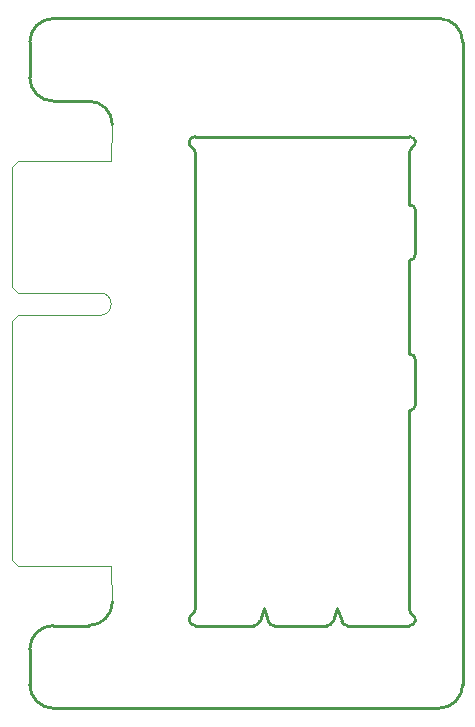
<source format=gbr>
%TF.GenerationSoftware,KiCad,Pcbnew,7.0.9*%
%TF.CreationDate,2024-04-13T12:05:23+02:00*%
%TF.ProjectId,MotorDriverCarrier-rounded,4d6f746f-7244-4726-9976-657243617272,rev?*%
%TF.SameCoordinates,Original*%
%TF.FileFunction,Profile,NP*%
%FSLAX46Y46*%
G04 Gerber Fmt 4.6, Leading zero omitted, Abs format (unit mm)*
G04 Created by KiCad (PCBNEW 7.0.9) date 2024-04-13 12:05:23*
%MOMM*%
%LPD*%
G01*
G04 APERTURE LIST*
%TA.AperFunction,Profile*%
%ADD10C,0.250000*%
%TD*%
%TA.AperFunction,Profile*%
%ADD11C,0.100000*%
%TD*%
G04 APERTURE END LIST*
D10*
X140700000Y-103200000D02*
G75*
G03*
X140950000Y-102266987I0J500000D01*
G01*
X140950014Y-62733037D02*
G75*
G03*
X140700000Y-63166025I249886J-432963D01*
G01*
D11*
X115550000Y-101200000D02*
X115440000Y-98137000D01*
D10*
X141205500Y-68060000D02*
G75*
G03*
X140705500Y-67560000I-500000J0D01*
G01*
X113550000Y-103200000D02*
X110550000Y-103200000D01*
X140705500Y-85000000D02*
G75*
G03*
X141205500Y-84500000I0J500000D01*
G01*
X140699986Y-101833975D02*
G75*
G03*
X140950000Y-102266987I500114J75D01*
G01*
X122550014Y-63166025D02*
G75*
G03*
X122300000Y-62733013I-500114J-75D01*
G01*
X140700000Y-80200000D02*
X140700000Y-72280000D01*
X145200000Y-53800000D02*
G75*
G03*
X143200000Y-51800000I-2000000J0D01*
G01*
X141205500Y-80700000D02*
G75*
G03*
X140705500Y-80200000I-500000J0D01*
G01*
X122550000Y-103200000D02*
X127533047Y-103200000D01*
X141205500Y-68060000D02*
X141205500Y-71780000D01*
X115550000Y-60800000D02*
G75*
G03*
X113550000Y-58800000I-2000000J0D01*
G01*
X140700000Y-67560000D02*
X140705500Y-67560000D01*
X122550000Y-61800000D02*
G75*
G03*
X122300000Y-62733013I0J-500000D01*
G01*
X122550000Y-61800000D02*
X140700000Y-61800000D01*
X134945044Y-102851812D02*
X134578000Y-101700000D01*
X140705500Y-80200000D02*
X140700000Y-80200000D01*
X122550000Y-101833975D02*
X122550000Y-63166025D01*
X122299986Y-102266963D02*
G75*
G03*
X122550000Y-101833975I-249886J432963D01*
G01*
X110550000Y-51800000D02*
G75*
G03*
X108550000Y-53800000I0J-2000000D01*
G01*
X122300000Y-102266987D02*
G75*
G03*
X122550000Y-103200000I250000J-433013D01*
G01*
X140950000Y-62733013D02*
G75*
G03*
X140700000Y-61800000I-250000J433013D01*
G01*
X143200000Y-51800000D02*
X110550000Y-51800000D01*
X108550000Y-108200000D02*
X108550000Y-105200000D01*
X113550000Y-58800000D02*
X110550000Y-58800000D01*
X140700000Y-85000000D02*
X140705500Y-85000000D01*
X134945074Y-102851802D02*
G75*
G03*
X135421440Y-103200000I476326J151702D01*
G01*
X140705500Y-72280000D02*
G75*
G03*
X141205500Y-71780000I0J500000D01*
G01*
X143200000Y-110200000D02*
G75*
G03*
X145200000Y-108200000I0J2000000D01*
G01*
X129209953Y-103200000D02*
X133734560Y-103200000D01*
X140700000Y-101833975D02*
X140700000Y-85000000D01*
X134578000Y-101700000D02*
X134210956Y-102851812D01*
X108550000Y-108200000D02*
G75*
G03*
X110550000Y-110200000I2000000J0D01*
G01*
X113550000Y-103200000D02*
G75*
G03*
X115550000Y-101200000I0J2000000D01*
G01*
X143200000Y-110200000D02*
X110550000Y-110200000D01*
X145200000Y-53800000D02*
X145200000Y-108200000D01*
X140700000Y-67560000D02*
X140700000Y-63166025D01*
X128732963Y-102849934D02*
X128371500Y-101700000D01*
X128371500Y-101700000D02*
X128010037Y-102849934D01*
X128732939Y-102849942D02*
G75*
G03*
X129209953Y-103200000I477061J150042D01*
G01*
X135421440Y-103200000D02*
X140700000Y-103200000D01*
X140705500Y-72280000D02*
X140700000Y-72280000D01*
X127533047Y-103200019D02*
G75*
G03*
X128010037Y-102849934I53J499919D01*
G01*
X108550000Y-53800000D02*
X108550000Y-56800000D01*
X110550000Y-103200000D02*
G75*
G03*
X108550000Y-105200000I0J-2000000D01*
G01*
D11*
X115440000Y-63837000D02*
X115550000Y-60800000D01*
D10*
X108550000Y-56800000D02*
G75*
G03*
X110550000Y-58800000I2000000J0D01*
G01*
X133734560Y-103199987D02*
G75*
G03*
X134210955Y-102851812I-60J500087D01*
G01*
X141205500Y-84500000D02*
X141205500Y-80700000D01*
D11*
%TO.C,J15*%
X115440000Y-63837000D02*
X107540000Y-63837000D01*
X107540000Y-63837000D02*
X107040000Y-64337000D01*
X107040000Y-64337000D02*
X107040000Y-74537000D01*
X114490000Y-75037000D02*
X107540000Y-75037000D01*
X107540000Y-75037000D02*
X107040000Y-74537000D01*
X114490000Y-76937000D02*
X107540000Y-76937000D01*
X107540000Y-76937000D02*
X107040000Y-77437000D01*
X107040000Y-77437000D02*
X107040000Y-97637000D01*
X115440000Y-98137000D02*
X107540000Y-98137000D01*
X107540000Y-98137000D02*
X107040000Y-97637000D01*
X114490000Y-76937000D02*
G75*
G03*
X114490000Y-75037000I0J950000D01*
G01*
%TD*%
M02*

</source>
